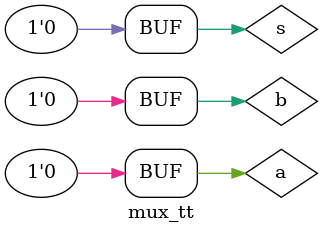
<source format=v>
module mux(y,s,a,b);
input a,b,s;
output y;

assign y=(s)? b:a;
endmodule
module mux_tt();
reg a,b,s;
wire y;
mux DUT(.y(y) , .s(s), .a(a), .b(b));
initial begin
$monitor("y=%b s=%b a=%b b=%b" ,y,s,a,b);
 s=1'b0 ; a=1'b0 ;b=1'b0;
#10 s=1'b0 ; a=1'b0 ;b=1'b0;
end
endmodule

</source>
